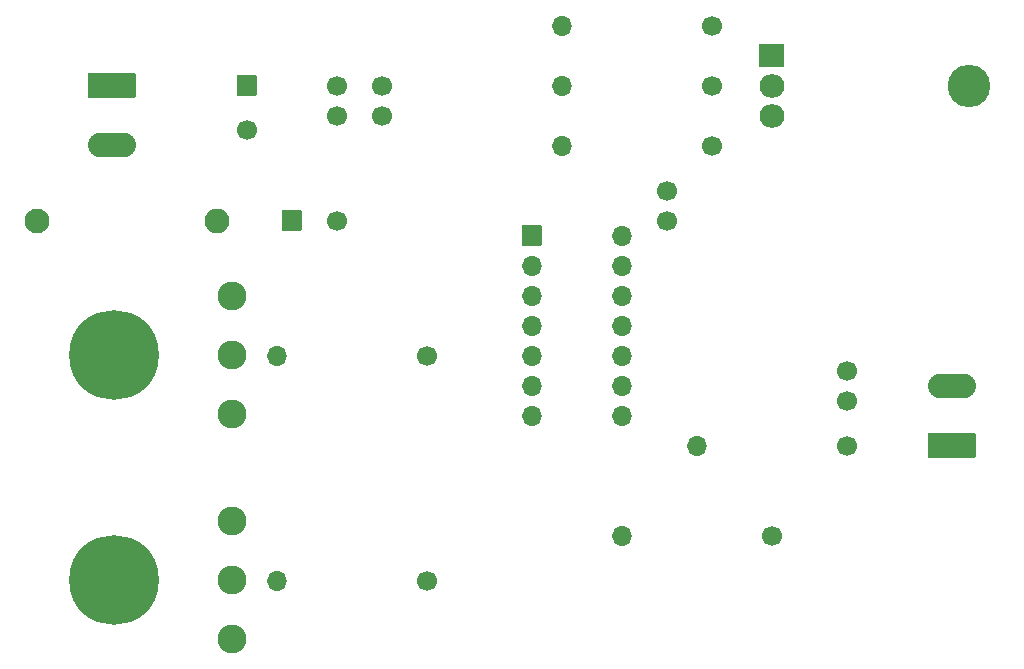
<source format=gbr>
%TF.GenerationSoftware,KiCad,Pcbnew,5.1.8*%
%TF.CreationDate,2021-01-03T19:29:45+03:30*%
%TF.ProjectId,rev-1.3,7265762d-312e-4332-9e6b-696361645f70,rev?*%
%TF.SameCoordinates,Original*%
%TF.FileFunction,Soldermask,Top*%
%TF.FilePolarity,Negative*%
%FSLAX46Y46*%
G04 Gerber Fmt 4.6, Leading zero omitted, Abs format (unit mm)*
G04 Created by KiCad (PCBNEW 5.1.8) date 2021-01-03 19:29:45*
%MOMM*%
%LPD*%
G01*
G04 APERTURE LIST*
%ADD10O,1.700000X1.700000*%
%ADD11C,7.600000*%
%ADD12C,2.440000*%
%ADD13C,1.700000*%
%ADD14O,2.100000X2.005000*%
%ADD15O,3.600000X3.600000*%
%ADD16O,2.100000X2.100000*%
%ADD17C,2.100000*%
%ADD18O,4.060000X2.080000*%
G04 APERTURE END LIST*
D10*
%TO.C,U1*%
X135890000Y-40640000D03*
X128270000Y-55880000D03*
X135890000Y-43180000D03*
X128270000Y-53340000D03*
X135890000Y-45720000D03*
X128270000Y-50800000D03*
X135890000Y-48260000D03*
X128270000Y-48260000D03*
X135890000Y-50800000D03*
X128270000Y-45720000D03*
X135890000Y-53340000D03*
X128270000Y-43180000D03*
X135890000Y-55880000D03*
G36*
G01*
X127420000Y-41440000D02*
X127420000Y-39840000D01*
G75*
G02*
X127470000Y-39790000I50000J0D01*
G01*
X129070000Y-39790000D01*
G75*
G02*
X129120000Y-39840000I0J-50000D01*
G01*
X129120000Y-41440000D01*
G75*
G02*
X129070000Y-41490000I-50000J0D01*
G01*
X127470000Y-41490000D01*
G75*
G02*
X127420000Y-41440000I0J50000D01*
G01*
G37*
%TD*%
D11*
%TO.C,RV2*%
X92870000Y-69770000D03*
D12*
X102870000Y-64770000D03*
X102870000Y-69770000D03*
X102870000Y-74770000D03*
%TD*%
D11*
%TO.C,RV1*%
X92870000Y-50720000D03*
D12*
X102870000Y-45720000D03*
X102870000Y-50720000D03*
X102870000Y-55720000D03*
%TD*%
D10*
%TO.C,R7*%
X135890000Y-66040000D03*
D13*
X148590000Y-66040000D03*
%TD*%
D10*
%TO.C,R6*%
X130810000Y-27940000D03*
D13*
X143510000Y-27940000D03*
%TD*%
D10*
%TO.C,R5*%
X106680000Y-69850000D03*
D13*
X119380000Y-69850000D03*
%TD*%
D10*
%TO.C,R4*%
X130810000Y-33020000D03*
D13*
X143510000Y-33020000D03*
%TD*%
D10*
%TO.C,R3*%
X130810000Y-22860000D03*
D13*
X143510000Y-22860000D03*
%TD*%
D10*
%TO.C,R2*%
X106680000Y-50800000D03*
D13*
X119380000Y-50800000D03*
%TD*%
D10*
%TO.C,R1*%
X142240000Y-58420000D03*
D13*
X154940000Y-58420000D03*
%TD*%
D14*
%TO.C,Q1*%
X148590000Y-30480000D03*
X148590000Y-27940000D03*
G36*
G01*
X147590000Y-24397500D02*
X149590000Y-24397500D01*
G75*
G02*
X149640000Y-24447500I0J-50000D01*
G01*
X149640000Y-26352500D01*
G75*
G02*
X149590000Y-26402500I-50000J0D01*
G01*
X147590000Y-26402500D01*
G75*
G02*
X147540000Y-26352500I0J50000D01*
G01*
X147540000Y-24447500D01*
G75*
G02*
X147590000Y-24397500I50000J0D01*
G01*
G37*
D15*
X165250000Y-27940000D03*
%TD*%
D16*
%TO.C,L2*%
X101600000Y-39370000D03*
D17*
X86360000Y-39370000D03*
%TD*%
D18*
%TO.C,J2*%
X163830000Y-53420000D03*
G36*
G01*
X165810000Y-59460000D02*
X161850000Y-59460000D01*
G75*
G02*
X161800000Y-59410000I0J50000D01*
G01*
X161800000Y-57430000D01*
G75*
G02*
X161850000Y-57380000I50000J0D01*
G01*
X165810000Y-57380000D01*
G75*
G02*
X165860000Y-57430000I0J-50000D01*
G01*
X165860000Y-59410000D01*
G75*
G02*
X165810000Y-59460000I-50000J0D01*
G01*
G37*
%TD*%
%TO.C,J1*%
X92710000Y-32940000D03*
G36*
G01*
X90730000Y-26900000D02*
X94690000Y-26900000D01*
G75*
G02*
X94740000Y-26950000I0J-50000D01*
G01*
X94740000Y-28930000D01*
G75*
G02*
X94690000Y-28980000I-50000J0D01*
G01*
X90730000Y-28980000D01*
G75*
G02*
X90680000Y-28930000I0J50000D01*
G01*
X90680000Y-26950000D01*
G75*
G02*
X90730000Y-26900000I50000J0D01*
G01*
G37*
%TD*%
D13*
%TO.C,C7*%
X111760000Y-27980000D03*
X111760000Y-30480000D03*
%TD*%
%TO.C,C6*%
X139700000Y-36870000D03*
X139700000Y-39370000D03*
%TD*%
%TO.C,C5*%
X154940000Y-52110000D03*
X154940000Y-54610000D03*
%TD*%
%TO.C,C4*%
X115570000Y-27980000D03*
X115570000Y-30480000D03*
%TD*%
%TO.C,C3*%
X104140000Y-31740000D03*
G36*
G01*
X103340000Y-27090000D02*
X104940000Y-27090000D01*
G75*
G02*
X104990000Y-27140000I0J-50000D01*
G01*
X104990000Y-28740000D01*
G75*
G02*
X104940000Y-28790000I-50000J0D01*
G01*
X103340000Y-28790000D01*
G75*
G02*
X103290000Y-28740000I0J50000D01*
G01*
X103290000Y-27140000D01*
G75*
G02*
X103340000Y-27090000I50000J0D01*
G01*
G37*
%TD*%
%TO.C,C2*%
X111750000Y-39370000D03*
G36*
G01*
X107100000Y-40170000D02*
X107100000Y-38570000D01*
G75*
G02*
X107150000Y-38520000I50000J0D01*
G01*
X108750000Y-38520000D01*
G75*
G02*
X108800000Y-38570000I0J-50000D01*
G01*
X108800000Y-40170000D01*
G75*
G02*
X108750000Y-40220000I-50000J0D01*
G01*
X107150000Y-40220000D01*
G75*
G02*
X107100000Y-40170000I0J50000D01*
G01*
G37*
%TD*%
M02*

</source>
